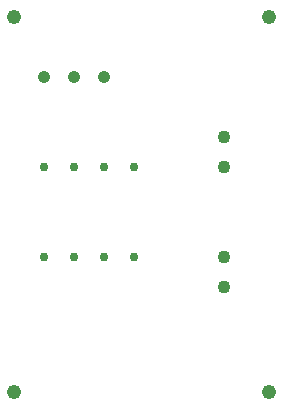
<source format=gbr>
G04 PROTEUS GERBER X2 FILE*
%TF.GenerationSoftware,Labcenter,Proteus,8.9-SP0-Build27865*%
%TF.CreationDate,2020-10-08T22:41:29+00:00*%
%TF.FileFunction,Plated,1,2,PTH*%
%TF.FilePolarity,Positive*%
%TF.Part,Single*%
%TF.SameCoordinates,{0b1cd8f1-c089-4694-997e-405263033d43}*%
%FSLAX45Y45*%
%MOMM*%
G01*
%TA.AperFunction,ViaDrill*%
%ADD37C,1.244600*%
%TA.AperFunction,ComponentDrill*%
%ADD38C,0.762000*%
%TA.AperFunction,ComponentDrill*%
%ADD39C,1.100000*%
%TA.AperFunction,ComponentDrill*%
%ADD40C,1.050000*%
%TD.AperFunction*%
D37*
X+127000Y+127000D03*
X+2286000Y+127000D03*
X+2286000Y-3048000D03*
X+127000Y-3048000D03*
D38*
X+381000Y-1905000D03*
X+635000Y-1905000D03*
X+889000Y-1905000D03*
X+1143000Y-1905000D03*
X+1143000Y-1143000D03*
X+889000Y-1143000D03*
X+635000Y-1143000D03*
X+381000Y-1143000D03*
D39*
X+1905000Y-1143000D03*
X+1905000Y-889000D03*
X+1905000Y-1905000D03*
X+1905000Y-2159000D03*
D40*
X+381000Y-381000D03*
X+635000Y-381000D03*
X+889000Y-381000D03*
M02*

</source>
